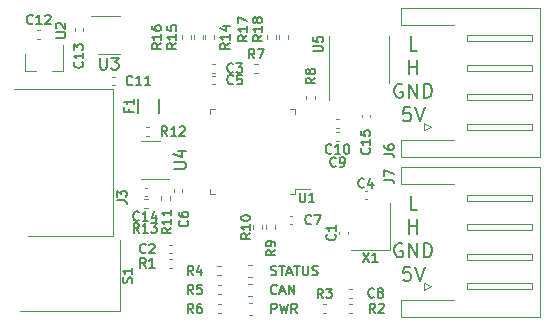
<source format=gto>
%TF.GenerationSoftware,KiCad,Pcbnew,5.1.9*%
%TF.CreationDate,2021-03-09T21:57:36+01:00*%
%TF.ProjectId,can-usb-dongle,63616e2d-7573-4622-9d64-6f6e676c652e,rev?*%
%TF.SameCoordinates,Original*%
%TF.FileFunction,Legend,Top*%
%TF.FilePolarity,Positive*%
%FSLAX46Y46*%
G04 Gerber Fmt 4.6, Leading zero omitted, Abs format (unit mm)*
G04 Created by KiCad (PCBNEW 5.1.9) date 2021-03-09 21:57:36*
%MOMM*%
%LPD*%
G01*
G04 APERTURE LIST*
%ADD10C,0.200000*%
%ADD11C,0.120000*%
%ADD12C,0.150000*%
G04 APERTURE END LIST*
D10*
X79371428Y-54042857D02*
X78800000Y-54042857D01*
X78800000Y-52842857D01*
X78657142Y-56042857D02*
X78657142Y-54842857D01*
X78657142Y-55414285D02*
X79342857Y-55414285D01*
X79342857Y-56042857D02*
X79342857Y-54842857D01*
X78085714Y-56900000D02*
X77971428Y-56842857D01*
X77800000Y-56842857D01*
X77628571Y-56900000D01*
X77514285Y-57014285D01*
X77457142Y-57128571D01*
X77400000Y-57357142D01*
X77400000Y-57528571D01*
X77457142Y-57757142D01*
X77514285Y-57871428D01*
X77628571Y-57985714D01*
X77800000Y-58042857D01*
X77914285Y-58042857D01*
X78085714Y-57985714D01*
X78142857Y-57928571D01*
X78142857Y-57528571D01*
X77914285Y-57528571D01*
X78657142Y-58042857D02*
X78657142Y-56842857D01*
X79342857Y-58042857D01*
X79342857Y-56842857D01*
X79914285Y-58042857D02*
X79914285Y-56842857D01*
X80200000Y-56842857D01*
X80371428Y-56900000D01*
X80485714Y-57014285D01*
X80542857Y-57128571D01*
X80600000Y-57357142D01*
X80600000Y-57528571D01*
X80542857Y-57757142D01*
X80485714Y-57871428D01*
X80371428Y-57985714D01*
X80200000Y-58042857D01*
X79914285Y-58042857D01*
X78771428Y-58842857D02*
X78200000Y-58842857D01*
X78142857Y-59414285D01*
X78200000Y-59357142D01*
X78314285Y-59300000D01*
X78600000Y-59300000D01*
X78714285Y-59357142D01*
X78771428Y-59414285D01*
X78828571Y-59528571D01*
X78828571Y-59814285D01*
X78771428Y-59928571D01*
X78714285Y-59985714D01*
X78600000Y-60042857D01*
X78314285Y-60042857D01*
X78200000Y-59985714D01*
X78142857Y-59928571D01*
X79171428Y-58842857D02*
X79571428Y-60042857D01*
X79971428Y-58842857D01*
X79371428Y-40542857D02*
X78800000Y-40542857D01*
X78800000Y-39342857D01*
X78657142Y-42542857D02*
X78657142Y-41342857D01*
X78657142Y-41914285D02*
X79342857Y-41914285D01*
X79342857Y-42542857D02*
X79342857Y-41342857D01*
X78085714Y-43400000D02*
X77971428Y-43342857D01*
X77800000Y-43342857D01*
X77628571Y-43400000D01*
X77514285Y-43514285D01*
X77457142Y-43628571D01*
X77400000Y-43857142D01*
X77400000Y-44028571D01*
X77457142Y-44257142D01*
X77514285Y-44371428D01*
X77628571Y-44485714D01*
X77800000Y-44542857D01*
X77914285Y-44542857D01*
X78085714Y-44485714D01*
X78142857Y-44428571D01*
X78142857Y-44028571D01*
X77914285Y-44028571D01*
X78657142Y-44542857D02*
X78657142Y-43342857D01*
X79342857Y-44542857D01*
X79342857Y-43342857D01*
X79914285Y-44542857D02*
X79914285Y-43342857D01*
X80200000Y-43342857D01*
X80371428Y-43400000D01*
X80485714Y-43514285D01*
X80542857Y-43628571D01*
X80600000Y-43857142D01*
X80600000Y-44028571D01*
X80542857Y-44257142D01*
X80485714Y-44371428D01*
X80371428Y-44485714D01*
X80200000Y-44542857D01*
X79914285Y-44542857D01*
X78771428Y-45342857D02*
X78200000Y-45342857D01*
X78142857Y-45914285D01*
X78200000Y-45857142D01*
X78314285Y-45800000D01*
X78600000Y-45800000D01*
X78714285Y-45857142D01*
X78771428Y-45914285D01*
X78828571Y-46028571D01*
X78828571Y-46314285D01*
X78771428Y-46428571D01*
X78714285Y-46485714D01*
X78600000Y-46542857D01*
X78314285Y-46542857D01*
X78200000Y-46485714D01*
X78142857Y-46428571D01*
X79171428Y-45342857D02*
X79571428Y-46542857D01*
X79971428Y-45342857D01*
D11*
%TO.C,J3*%
X53600000Y-56200000D02*
X46400000Y-56200000D01*
X53600000Y-43800000D02*
X53600000Y-56200000D01*
X45200000Y-43800000D02*
X53600000Y-43800000D01*
%TO.C,S1*%
X54200000Y-62600000D02*
X45700000Y-62600000D01*
X54200000Y-62600000D02*
X54200000Y-56600000D01*
%TO.C,C2*%
X58342164Y-57710000D02*
X58557836Y-57710000D01*
X58342164Y-56990000D02*
X58557836Y-56990000D01*
%TO.C,C10*%
X72492164Y-46340000D02*
X72707836Y-46340000D01*
X72492164Y-47060000D02*
X72707836Y-47060000D01*
%TO.C,R1*%
X58603641Y-58930000D02*
X58296359Y-58930000D01*
X58603641Y-58170000D02*
X58296359Y-58170000D01*
%TO.C,C9*%
X72492164Y-48160000D02*
X72707836Y-48160000D01*
X72492164Y-47440000D02*
X72707836Y-47440000D01*
D12*
%TO.C,F1*%
X57475000Y-44600000D02*
X57475000Y-45800000D01*
X55725000Y-45800000D02*
X55725000Y-44600000D01*
D11*
%TO.C,C1*%
X72740000Y-56087836D02*
X72740000Y-55872164D01*
X73460000Y-56087836D02*
X73460000Y-55872164D01*
%TO.C,C3*%
X62227836Y-41690000D02*
X62012164Y-41690000D01*
X62227836Y-42410000D02*
X62012164Y-42410000D01*
%TO.C,C4*%
X75107836Y-52390000D02*
X74892164Y-52390000D01*
X75107836Y-53110000D02*
X74892164Y-53110000D01*
%TO.C,C5*%
X62227836Y-43410000D02*
X62012164Y-43410000D01*
X62227836Y-42690000D02*
X62012164Y-42690000D01*
%TO.C,C6*%
X59460000Y-52487836D02*
X59460000Y-52272164D01*
X58740000Y-52487836D02*
X58740000Y-52272164D01*
%TO.C,C7*%
X68572164Y-54540000D02*
X68787836Y-54540000D01*
X68572164Y-55260000D02*
X68787836Y-55260000D01*
%TO.C,C8*%
X73807836Y-61460000D02*
X73592164Y-61460000D01*
X73807836Y-60740000D02*
X73592164Y-60740000D01*
%TO.C,C11*%
X53757836Y-43460000D02*
X53542164Y-43460000D01*
X53757836Y-42740000D02*
X53542164Y-42740000D01*
%TO.C,C12*%
X47172164Y-39560000D02*
X47387836Y-39560000D01*
X47172164Y-38840000D02*
X47387836Y-38840000D01*
%TO.C,C13*%
X50340000Y-38642164D02*
X50340000Y-38857836D01*
X51060000Y-38642164D02*
X51060000Y-38857836D01*
%TO.C,C14*%
X56272164Y-52140000D02*
X56487836Y-52140000D01*
X56272164Y-52860000D02*
X56487836Y-52860000D01*
%TO.C,D1*%
X65340580Y-58690000D02*
X65059420Y-58690000D01*
X65340580Y-59710000D02*
X65059420Y-59710000D01*
%TO.C,D2*%
X65340580Y-61310000D02*
X65059420Y-61310000D01*
X65340580Y-60290000D02*
X65059420Y-60290000D01*
%TO.C,D3*%
X65365580Y-61890000D02*
X65084420Y-61890000D01*
X65365580Y-62910000D02*
X65084420Y-62910000D01*
%TO.C,R2*%
X73853641Y-62780000D02*
X73546359Y-62780000D01*
X73853641Y-62020000D02*
X73546359Y-62020000D01*
%TO.C,R3*%
X71643641Y-62020000D02*
X71336359Y-62020000D01*
X71643641Y-62780000D02*
X71336359Y-62780000D01*
%TO.C,R4*%
X62436359Y-58820000D02*
X62743641Y-58820000D01*
X62436359Y-59580000D02*
X62743641Y-59580000D01*
%TO.C,R5*%
X62446359Y-60420000D02*
X62753641Y-60420000D01*
X62446359Y-61180000D02*
X62753641Y-61180000D01*
%TO.C,R6*%
X62446359Y-62780000D02*
X62753641Y-62780000D01*
X62446359Y-62020000D02*
X62753641Y-62020000D01*
%TO.C,R7*%
X65853641Y-41670000D02*
X65546359Y-41670000D01*
X65853641Y-42430000D02*
X65546359Y-42430000D01*
%TO.C,R8*%
X70730000Y-44653641D02*
X70730000Y-44346359D01*
X69970000Y-44653641D02*
X69970000Y-44346359D01*
%TO.C,R9*%
X67330000Y-55346359D02*
X67330000Y-55653641D01*
X66570000Y-55346359D02*
X66570000Y-55653641D01*
%TO.C,R10*%
X65470000Y-55346359D02*
X65470000Y-55653641D01*
X66230000Y-55346359D02*
X66230000Y-55653641D01*
%TO.C,R11*%
X58380000Y-52846359D02*
X58380000Y-53153641D01*
X57620000Y-52846359D02*
X57620000Y-53153641D01*
%TO.C,R12*%
X56346359Y-47780000D02*
X56653641Y-47780000D01*
X56346359Y-47020000D02*
X56653641Y-47020000D01*
%TO.C,R13*%
X56246359Y-53880000D02*
X56553641Y-53880000D01*
X56246359Y-53120000D02*
X56553641Y-53120000D01*
%TO.C,U1*%
X69010000Y-52260000D02*
X70300000Y-52260000D01*
X69010000Y-52710000D02*
X69010000Y-52260000D01*
X68560000Y-52710000D02*
X69010000Y-52710000D01*
X61790000Y-52710000D02*
X61790000Y-52260000D01*
X62240000Y-52710000D02*
X61790000Y-52710000D01*
X69010000Y-45490000D02*
X69010000Y-45940000D01*
X68560000Y-45490000D02*
X69010000Y-45490000D01*
X61790000Y-45490000D02*
X61790000Y-45940000D01*
X62240000Y-45490000D02*
X61790000Y-45490000D01*
%TO.C,U2*%
X46170000Y-42260000D02*
X46170000Y-40800000D01*
X49330000Y-42260000D02*
X49330000Y-40100000D01*
X49330000Y-42260000D02*
X48400000Y-42260000D01*
X46170000Y-42260000D02*
X47100000Y-42260000D01*
%TO.C,U5*%
X71840000Y-41300000D02*
X71840000Y-44750000D01*
X71840000Y-41300000D02*
X71840000Y-39350000D01*
X76960000Y-41300000D02*
X76960000Y-43250000D01*
X76960000Y-41300000D02*
X76960000Y-39350000D01*
%TO.C,X1*%
X77050000Y-57450000D02*
X77050000Y-53450000D01*
X73750000Y-57450000D02*
X77050000Y-57450000D01*
%TO.C,C15*%
X74640000Y-45992164D02*
X74640000Y-46207836D01*
X75360000Y-45992164D02*
X75360000Y-46207836D01*
%TO.C,J6*%
X89710000Y-43250000D02*
X89710000Y-49560000D01*
X89710000Y-49560000D02*
X77990000Y-49560000D01*
X77990000Y-49560000D02*
X77990000Y-48140000D01*
X77990000Y-48140000D02*
X82490000Y-48140000D01*
X89710000Y-43250000D02*
X89710000Y-36940000D01*
X89710000Y-36940000D02*
X77990000Y-36940000D01*
X77990000Y-36940000D02*
X77990000Y-38360000D01*
X77990000Y-38360000D02*
X82490000Y-38360000D01*
X83600000Y-47250000D02*
X89100000Y-47250000D01*
X89100000Y-47250000D02*
X89100000Y-46750000D01*
X89100000Y-46750000D02*
X83600000Y-46750000D01*
X83600000Y-46750000D02*
X83600000Y-47250000D01*
X83600000Y-44750000D02*
X89100000Y-44750000D01*
X89100000Y-44750000D02*
X89100000Y-44250000D01*
X89100000Y-44250000D02*
X83600000Y-44250000D01*
X83600000Y-44250000D02*
X83600000Y-44750000D01*
X83600000Y-42250000D02*
X89100000Y-42250000D01*
X89100000Y-42250000D02*
X89100000Y-41750000D01*
X89100000Y-41750000D02*
X83600000Y-41750000D01*
X83600000Y-41750000D02*
X83600000Y-42250000D01*
X83600000Y-39750000D02*
X89100000Y-39750000D01*
X89100000Y-39750000D02*
X89100000Y-39250000D01*
X89100000Y-39250000D02*
X83600000Y-39250000D01*
X83600000Y-39250000D02*
X83600000Y-39750000D01*
X80500000Y-47000000D02*
X79900000Y-47300000D01*
X79900000Y-47300000D02*
X79900000Y-46700000D01*
X79900000Y-46700000D02*
X80500000Y-47000000D01*
%TO.C,J7*%
X79900000Y-60200000D02*
X80500000Y-60500000D01*
X79900000Y-60800000D02*
X79900000Y-60200000D01*
X80500000Y-60500000D02*
X79900000Y-60800000D01*
X83600000Y-52750000D02*
X83600000Y-53250000D01*
X89100000Y-52750000D02*
X83600000Y-52750000D01*
X89100000Y-53250000D02*
X89100000Y-52750000D01*
X83600000Y-53250000D02*
X89100000Y-53250000D01*
X83600000Y-55250000D02*
X83600000Y-55750000D01*
X89100000Y-55250000D02*
X83600000Y-55250000D01*
X89100000Y-55750000D02*
X89100000Y-55250000D01*
X83600000Y-55750000D02*
X89100000Y-55750000D01*
X83600000Y-57750000D02*
X83600000Y-58250000D01*
X89100000Y-57750000D02*
X83600000Y-57750000D01*
X89100000Y-58250000D02*
X89100000Y-57750000D01*
X83600000Y-58250000D02*
X89100000Y-58250000D01*
X83600000Y-60250000D02*
X83600000Y-60750000D01*
X89100000Y-60250000D02*
X83600000Y-60250000D01*
X89100000Y-60750000D02*
X89100000Y-60250000D01*
X83600000Y-60750000D02*
X89100000Y-60750000D01*
X77990000Y-51860000D02*
X82490000Y-51860000D01*
X77990000Y-50440000D02*
X77990000Y-51860000D01*
X89710000Y-50440000D02*
X77990000Y-50440000D01*
X89710000Y-56750000D02*
X89710000Y-50440000D01*
X77990000Y-61640000D02*
X82490000Y-61640000D01*
X77990000Y-63060000D02*
X77990000Y-61640000D01*
X89710000Y-63060000D02*
X77990000Y-63060000D01*
X89710000Y-56750000D02*
X89710000Y-63060000D01*
%TO.C,U4*%
X57600000Y-48200000D02*
X56000000Y-48200000D01*
X56000000Y-51400000D02*
X58300000Y-51400000D01*
%TO.C,R14*%
X61420000Y-39553641D02*
X61420000Y-39246359D01*
X62180000Y-39553641D02*
X62180000Y-39246359D01*
%TO.C,R15*%
X61180000Y-39553641D02*
X61180000Y-39246359D01*
X60420000Y-39553641D02*
X60420000Y-39246359D01*
%TO.C,R16*%
X59420000Y-39553641D02*
X59420000Y-39246359D01*
X60180000Y-39553641D02*
X60180000Y-39246359D01*
%TO.C,U3*%
X54150000Y-37590000D02*
X51700000Y-37590000D01*
X52350000Y-40810000D02*
X54150000Y-40810000D01*
%TO.C,R17*%
X67380000Y-39553641D02*
X67380000Y-39246359D01*
X66620000Y-39553641D02*
X66620000Y-39246359D01*
%TO.C,R18*%
X67620000Y-39553641D02*
X67620000Y-39246359D01*
X68380000Y-39553641D02*
X68380000Y-39246359D01*
%TO.C,J3*%
D12*
X53961904Y-53216666D02*
X54533333Y-53216666D01*
X54647619Y-53254761D01*
X54723809Y-53330952D01*
X54761904Y-53445238D01*
X54761904Y-53521428D01*
X53961904Y-52911904D02*
X53961904Y-52416666D01*
X54266666Y-52683333D01*
X54266666Y-52569047D01*
X54304761Y-52492857D01*
X54342857Y-52454761D01*
X54419047Y-52416666D01*
X54609523Y-52416666D01*
X54685714Y-52454761D01*
X54723809Y-52492857D01*
X54761904Y-52569047D01*
X54761904Y-52797619D01*
X54723809Y-52873809D01*
X54685714Y-52911904D01*
%TO.C,S1*%
X55173809Y-60209523D02*
X55211904Y-60095238D01*
X55211904Y-59904761D01*
X55173809Y-59828571D01*
X55135714Y-59790476D01*
X55059523Y-59752380D01*
X54983333Y-59752380D01*
X54907142Y-59790476D01*
X54869047Y-59828571D01*
X54830952Y-59904761D01*
X54792857Y-60057142D01*
X54754761Y-60133333D01*
X54716666Y-60171428D01*
X54640476Y-60209523D01*
X54564285Y-60209523D01*
X54488095Y-60171428D01*
X54450000Y-60133333D01*
X54411904Y-60057142D01*
X54411904Y-59866666D01*
X54450000Y-59752380D01*
X55211904Y-58990476D02*
X55211904Y-59447619D01*
X55211904Y-59219047D02*
X54411904Y-59219047D01*
X54526190Y-59295238D01*
X54602380Y-59371428D01*
X54640476Y-59447619D01*
%TO.C,C2*%
X56366666Y-57635714D02*
X56328571Y-57673809D01*
X56214285Y-57711904D01*
X56138095Y-57711904D01*
X56023809Y-57673809D01*
X55947619Y-57597619D01*
X55909523Y-57521428D01*
X55871428Y-57369047D01*
X55871428Y-57254761D01*
X55909523Y-57102380D01*
X55947619Y-57026190D01*
X56023809Y-56950000D01*
X56138095Y-56911904D01*
X56214285Y-56911904D01*
X56328571Y-56950000D01*
X56366666Y-56988095D01*
X56671428Y-56988095D02*
X56709523Y-56950000D01*
X56785714Y-56911904D01*
X56976190Y-56911904D01*
X57052380Y-56950000D01*
X57090476Y-56988095D01*
X57128571Y-57064285D01*
X57128571Y-57140476D01*
X57090476Y-57254761D01*
X56633333Y-57711904D01*
X57128571Y-57711904D01*
%TO.C,C10*%
X72085714Y-49185714D02*
X72047619Y-49223809D01*
X71933333Y-49261904D01*
X71857142Y-49261904D01*
X71742857Y-49223809D01*
X71666666Y-49147619D01*
X71628571Y-49071428D01*
X71590476Y-48919047D01*
X71590476Y-48804761D01*
X71628571Y-48652380D01*
X71666666Y-48576190D01*
X71742857Y-48500000D01*
X71857142Y-48461904D01*
X71933333Y-48461904D01*
X72047619Y-48500000D01*
X72085714Y-48538095D01*
X72847619Y-49261904D02*
X72390476Y-49261904D01*
X72619047Y-49261904D02*
X72619047Y-48461904D01*
X72542857Y-48576190D01*
X72466666Y-48652380D01*
X72390476Y-48690476D01*
X73342857Y-48461904D02*
X73419047Y-48461904D01*
X73495238Y-48500000D01*
X73533333Y-48538095D01*
X73571428Y-48614285D01*
X73609523Y-48766666D01*
X73609523Y-48957142D01*
X73571428Y-49109523D01*
X73533333Y-49185714D01*
X73495238Y-49223809D01*
X73419047Y-49261904D01*
X73342857Y-49261904D01*
X73266666Y-49223809D01*
X73228571Y-49185714D01*
X73190476Y-49109523D01*
X73152380Y-48957142D01*
X73152380Y-48766666D01*
X73190476Y-48614285D01*
X73228571Y-48538095D01*
X73266666Y-48500000D01*
X73342857Y-48461904D01*
%TO.C,R1*%
X56366666Y-58911904D02*
X56100000Y-58530952D01*
X55909523Y-58911904D02*
X55909523Y-58111904D01*
X56214285Y-58111904D01*
X56290476Y-58150000D01*
X56328571Y-58188095D01*
X56366666Y-58264285D01*
X56366666Y-58378571D01*
X56328571Y-58454761D01*
X56290476Y-58492857D01*
X56214285Y-58530952D01*
X55909523Y-58530952D01*
X57128571Y-58911904D02*
X56671428Y-58911904D01*
X56900000Y-58911904D02*
X56900000Y-58111904D01*
X56823809Y-58226190D01*
X56747619Y-58302380D01*
X56671428Y-58340476D01*
%TO.C,C9*%
X72466666Y-50285714D02*
X72428571Y-50323809D01*
X72314285Y-50361904D01*
X72238095Y-50361904D01*
X72123809Y-50323809D01*
X72047619Y-50247619D01*
X72009523Y-50171428D01*
X71971428Y-50019047D01*
X71971428Y-49904761D01*
X72009523Y-49752380D01*
X72047619Y-49676190D01*
X72123809Y-49600000D01*
X72238095Y-49561904D01*
X72314285Y-49561904D01*
X72428571Y-49600000D01*
X72466666Y-49638095D01*
X72847619Y-50361904D02*
X73000000Y-50361904D01*
X73076190Y-50323809D01*
X73114285Y-50285714D01*
X73190476Y-50171428D01*
X73228571Y-50019047D01*
X73228571Y-49714285D01*
X73190476Y-49638095D01*
X73152380Y-49600000D01*
X73076190Y-49561904D01*
X72923809Y-49561904D01*
X72847619Y-49600000D01*
X72809523Y-49638095D01*
X72771428Y-49714285D01*
X72771428Y-49904761D01*
X72809523Y-49980952D01*
X72847619Y-50019047D01*
X72923809Y-50057142D01*
X73076190Y-50057142D01*
X73152380Y-50019047D01*
X73190476Y-49980952D01*
X73228571Y-49904761D01*
%TO.C,F1*%
X54942857Y-45466666D02*
X54942857Y-45733333D01*
X55361904Y-45733333D02*
X54561904Y-45733333D01*
X54561904Y-45352380D01*
X55361904Y-44628571D02*
X55361904Y-45085714D01*
X55361904Y-44857142D02*
X54561904Y-44857142D01*
X54676190Y-44933333D01*
X54752380Y-45009523D01*
X54790476Y-45085714D01*
%TO.C,C1*%
X72385714Y-56113333D02*
X72423809Y-56151428D01*
X72461904Y-56265714D01*
X72461904Y-56341904D01*
X72423809Y-56456190D01*
X72347619Y-56532380D01*
X72271428Y-56570476D01*
X72119047Y-56608571D01*
X72004761Y-56608571D01*
X71852380Y-56570476D01*
X71776190Y-56532380D01*
X71700000Y-56456190D01*
X71661904Y-56341904D01*
X71661904Y-56265714D01*
X71700000Y-56151428D01*
X71738095Y-56113333D01*
X72461904Y-55351428D02*
X72461904Y-55808571D01*
X72461904Y-55580000D02*
X71661904Y-55580000D01*
X71776190Y-55656190D01*
X71852380Y-55732380D01*
X71890476Y-55808571D01*
%TO.C,C3*%
X63766666Y-42335714D02*
X63728571Y-42373809D01*
X63614285Y-42411904D01*
X63538095Y-42411904D01*
X63423809Y-42373809D01*
X63347619Y-42297619D01*
X63309523Y-42221428D01*
X63271428Y-42069047D01*
X63271428Y-41954761D01*
X63309523Y-41802380D01*
X63347619Y-41726190D01*
X63423809Y-41650000D01*
X63538095Y-41611904D01*
X63614285Y-41611904D01*
X63728571Y-41650000D01*
X63766666Y-41688095D01*
X64033333Y-41611904D02*
X64528571Y-41611904D01*
X64261904Y-41916666D01*
X64376190Y-41916666D01*
X64452380Y-41954761D01*
X64490476Y-41992857D01*
X64528571Y-42069047D01*
X64528571Y-42259523D01*
X64490476Y-42335714D01*
X64452380Y-42373809D01*
X64376190Y-42411904D01*
X64147619Y-42411904D01*
X64071428Y-42373809D01*
X64033333Y-42335714D01*
%TO.C,C4*%
X74866666Y-52085714D02*
X74828571Y-52123809D01*
X74714285Y-52161904D01*
X74638095Y-52161904D01*
X74523809Y-52123809D01*
X74447619Y-52047619D01*
X74409523Y-51971428D01*
X74371428Y-51819047D01*
X74371428Y-51704761D01*
X74409523Y-51552380D01*
X74447619Y-51476190D01*
X74523809Y-51400000D01*
X74638095Y-51361904D01*
X74714285Y-51361904D01*
X74828571Y-51400000D01*
X74866666Y-51438095D01*
X75552380Y-51628571D02*
X75552380Y-52161904D01*
X75361904Y-51323809D02*
X75171428Y-51895238D01*
X75666666Y-51895238D01*
%TO.C,C5*%
X63766666Y-43335714D02*
X63728571Y-43373809D01*
X63614285Y-43411904D01*
X63538095Y-43411904D01*
X63423809Y-43373809D01*
X63347619Y-43297619D01*
X63309523Y-43221428D01*
X63271428Y-43069047D01*
X63271428Y-42954761D01*
X63309523Y-42802380D01*
X63347619Y-42726190D01*
X63423809Y-42650000D01*
X63538095Y-42611904D01*
X63614285Y-42611904D01*
X63728571Y-42650000D01*
X63766666Y-42688095D01*
X64490476Y-42611904D02*
X64109523Y-42611904D01*
X64071428Y-42992857D01*
X64109523Y-42954761D01*
X64185714Y-42916666D01*
X64376190Y-42916666D01*
X64452380Y-42954761D01*
X64490476Y-42992857D01*
X64528571Y-43069047D01*
X64528571Y-43259523D01*
X64490476Y-43335714D01*
X64452380Y-43373809D01*
X64376190Y-43411904D01*
X64185714Y-43411904D01*
X64109523Y-43373809D01*
X64071428Y-43335714D01*
%TO.C,C6*%
X59885714Y-54933333D02*
X59923809Y-54971428D01*
X59961904Y-55085714D01*
X59961904Y-55161904D01*
X59923809Y-55276190D01*
X59847619Y-55352380D01*
X59771428Y-55390476D01*
X59619047Y-55428571D01*
X59504761Y-55428571D01*
X59352380Y-55390476D01*
X59276190Y-55352380D01*
X59200000Y-55276190D01*
X59161904Y-55161904D01*
X59161904Y-55085714D01*
X59200000Y-54971428D01*
X59238095Y-54933333D01*
X59161904Y-54247619D02*
X59161904Y-54400000D01*
X59200000Y-54476190D01*
X59238095Y-54514285D01*
X59352380Y-54590476D01*
X59504761Y-54628571D01*
X59809523Y-54628571D01*
X59885714Y-54590476D01*
X59923809Y-54552380D01*
X59961904Y-54476190D01*
X59961904Y-54323809D01*
X59923809Y-54247619D01*
X59885714Y-54209523D01*
X59809523Y-54171428D01*
X59619047Y-54171428D01*
X59542857Y-54209523D01*
X59504761Y-54247619D01*
X59466666Y-54323809D01*
X59466666Y-54476190D01*
X59504761Y-54552380D01*
X59542857Y-54590476D01*
X59619047Y-54628571D01*
%TO.C,C7*%
X70366666Y-55185714D02*
X70328571Y-55223809D01*
X70214285Y-55261904D01*
X70138095Y-55261904D01*
X70023809Y-55223809D01*
X69947619Y-55147619D01*
X69909523Y-55071428D01*
X69871428Y-54919047D01*
X69871428Y-54804761D01*
X69909523Y-54652380D01*
X69947619Y-54576190D01*
X70023809Y-54500000D01*
X70138095Y-54461904D01*
X70214285Y-54461904D01*
X70328571Y-54500000D01*
X70366666Y-54538095D01*
X70633333Y-54461904D02*
X71166666Y-54461904D01*
X70823809Y-55261904D01*
%TO.C,C8*%
X75686666Y-61385714D02*
X75648571Y-61423809D01*
X75534285Y-61461904D01*
X75458095Y-61461904D01*
X75343809Y-61423809D01*
X75267619Y-61347619D01*
X75229523Y-61271428D01*
X75191428Y-61119047D01*
X75191428Y-61004761D01*
X75229523Y-60852380D01*
X75267619Y-60776190D01*
X75343809Y-60700000D01*
X75458095Y-60661904D01*
X75534285Y-60661904D01*
X75648571Y-60700000D01*
X75686666Y-60738095D01*
X76143809Y-61004761D02*
X76067619Y-60966666D01*
X76029523Y-60928571D01*
X75991428Y-60852380D01*
X75991428Y-60814285D01*
X76029523Y-60738095D01*
X76067619Y-60700000D01*
X76143809Y-60661904D01*
X76296190Y-60661904D01*
X76372380Y-60700000D01*
X76410476Y-60738095D01*
X76448571Y-60814285D01*
X76448571Y-60852380D01*
X76410476Y-60928571D01*
X76372380Y-60966666D01*
X76296190Y-61004761D01*
X76143809Y-61004761D01*
X76067619Y-61042857D01*
X76029523Y-61080952D01*
X75991428Y-61157142D01*
X75991428Y-61309523D01*
X76029523Y-61385714D01*
X76067619Y-61423809D01*
X76143809Y-61461904D01*
X76296190Y-61461904D01*
X76372380Y-61423809D01*
X76410476Y-61385714D01*
X76448571Y-61309523D01*
X76448571Y-61157142D01*
X76410476Y-61080952D01*
X76372380Y-61042857D01*
X76296190Y-61004761D01*
%TO.C,C11*%
X55235714Y-43385714D02*
X55197619Y-43423809D01*
X55083333Y-43461904D01*
X55007142Y-43461904D01*
X54892857Y-43423809D01*
X54816666Y-43347619D01*
X54778571Y-43271428D01*
X54740476Y-43119047D01*
X54740476Y-43004761D01*
X54778571Y-42852380D01*
X54816666Y-42776190D01*
X54892857Y-42700000D01*
X55007142Y-42661904D01*
X55083333Y-42661904D01*
X55197619Y-42700000D01*
X55235714Y-42738095D01*
X55997619Y-43461904D02*
X55540476Y-43461904D01*
X55769047Y-43461904D02*
X55769047Y-42661904D01*
X55692857Y-42776190D01*
X55616666Y-42852380D01*
X55540476Y-42890476D01*
X56759523Y-43461904D02*
X56302380Y-43461904D01*
X56530952Y-43461904D02*
X56530952Y-42661904D01*
X56454761Y-42776190D01*
X56378571Y-42852380D01*
X56302380Y-42890476D01*
%TO.C,C12*%
X46785714Y-38235714D02*
X46747619Y-38273809D01*
X46633333Y-38311904D01*
X46557142Y-38311904D01*
X46442857Y-38273809D01*
X46366666Y-38197619D01*
X46328571Y-38121428D01*
X46290476Y-37969047D01*
X46290476Y-37854761D01*
X46328571Y-37702380D01*
X46366666Y-37626190D01*
X46442857Y-37550000D01*
X46557142Y-37511904D01*
X46633333Y-37511904D01*
X46747619Y-37550000D01*
X46785714Y-37588095D01*
X47547619Y-38311904D02*
X47090476Y-38311904D01*
X47319047Y-38311904D02*
X47319047Y-37511904D01*
X47242857Y-37626190D01*
X47166666Y-37702380D01*
X47090476Y-37740476D01*
X47852380Y-37588095D02*
X47890476Y-37550000D01*
X47966666Y-37511904D01*
X48157142Y-37511904D01*
X48233333Y-37550000D01*
X48271428Y-37588095D01*
X48309523Y-37664285D01*
X48309523Y-37740476D01*
X48271428Y-37854761D01*
X47814285Y-38311904D01*
X48309523Y-38311904D01*
%TO.C,C13*%
X50985714Y-41514285D02*
X51023809Y-41552380D01*
X51061904Y-41666666D01*
X51061904Y-41742857D01*
X51023809Y-41857142D01*
X50947619Y-41933333D01*
X50871428Y-41971428D01*
X50719047Y-42009523D01*
X50604761Y-42009523D01*
X50452380Y-41971428D01*
X50376190Y-41933333D01*
X50300000Y-41857142D01*
X50261904Y-41742857D01*
X50261904Y-41666666D01*
X50300000Y-41552380D01*
X50338095Y-41514285D01*
X51061904Y-40752380D02*
X51061904Y-41209523D01*
X51061904Y-40980952D02*
X50261904Y-40980952D01*
X50376190Y-41057142D01*
X50452380Y-41133333D01*
X50490476Y-41209523D01*
X50261904Y-40485714D02*
X50261904Y-39990476D01*
X50566666Y-40257142D01*
X50566666Y-40142857D01*
X50604761Y-40066666D01*
X50642857Y-40028571D01*
X50719047Y-39990476D01*
X50909523Y-39990476D01*
X50985714Y-40028571D01*
X51023809Y-40066666D01*
X51061904Y-40142857D01*
X51061904Y-40371428D01*
X51023809Y-40447619D01*
X50985714Y-40485714D01*
%TO.C,C14*%
X55785714Y-54885714D02*
X55747619Y-54923809D01*
X55633333Y-54961904D01*
X55557142Y-54961904D01*
X55442857Y-54923809D01*
X55366666Y-54847619D01*
X55328571Y-54771428D01*
X55290476Y-54619047D01*
X55290476Y-54504761D01*
X55328571Y-54352380D01*
X55366666Y-54276190D01*
X55442857Y-54200000D01*
X55557142Y-54161904D01*
X55633333Y-54161904D01*
X55747619Y-54200000D01*
X55785714Y-54238095D01*
X56547619Y-54961904D02*
X56090476Y-54961904D01*
X56319047Y-54961904D02*
X56319047Y-54161904D01*
X56242857Y-54276190D01*
X56166666Y-54352380D01*
X56090476Y-54390476D01*
X57233333Y-54428571D02*
X57233333Y-54961904D01*
X57042857Y-54123809D02*
X56852380Y-54695238D01*
X57347619Y-54695238D01*
%TO.C,D1*%
X66969047Y-59523809D02*
X67083333Y-59561904D01*
X67273809Y-59561904D01*
X67350000Y-59523809D01*
X67388095Y-59485714D01*
X67426190Y-59409523D01*
X67426190Y-59333333D01*
X67388095Y-59257142D01*
X67350000Y-59219047D01*
X67273809Y-59180952D01*
X67121428Y-59142857D01*
X67045238Y-59104761D01*
X67007142Y-59066666D01*
X66969047Y-58990476D01*
X66969047Y-58914285D01*
X67007142Y-58838095D01*
X67045238Y-58800000D01*
X67121428Y-58761904D01*
X67311904Y-58761904D01*
X67426190Y-58800000D01*
X67654761Y-58761904D02*
X68111904Y-58761904D01*
X67883333Y-59561904D02*
X67883333Y-58761904D01*
X68340476Y-59333333D02*
X68721428Y-59333333D01*
X68264285Y-59561904D02*
X68530952Y-58761904D01*
X68797619Y-59561904D01*
X68950000Y-58761904D02*
X69407142Y-58761904D01*
X69178571Y-59561904D02*
X69178571Y-58761904D01*
X69673809Y-58761904D02*
X69673809Y-59409523D01*
X69711904Y-59485714D01*
X69750000Y-59523809D01*
X69826190Y-59561904D01*
X69978571Y-59561904D01*
X70054761Y-59523809D01*
X70092857Y-59485714D01*
X70130952Y-59409523D01*
X70130952Y-58761904D01*
X70473809Y-59523809D02*
X70588095Y-59561904D01*
X70778571Y-59561904D01*
X70854761Y-59523809D01*
X70892857Y-59485714D01*
X70930952Y-59409523D01*
X70930952Y-59333333D01*
X70892857Y-59257142D01*
X70854761Y-59219047D01*
X70778571Y-59180952D01*
X70626190Y-59142857D01*
X70550000Y-59104761D01*
X70511904Y-59066666D01*
X70473809Y-58990476D01*
X70473809Y-58914285D01*
X70511904Y-58838095D01*
X70550000Y-58800000D01*
X70626190Y-58761904D01*
X70816666Y-58761904D01*
X70930952Y-58800000D01*
%TO.C,D2*%
X67435714Y-61085714D02*
X67397619Y-61123809D01*
X67283333Y-61161904D01*
X67207142Y-61161904D01*
X67092857Y-61123809D01*
X67016666Y-61047619D01*
X66978571Y-60971428D01*
X66940476Y-60819047D01*
X66940476Y-60704761D01*
X66978571Y-60552380D01*
X67016666Y-60476190D01*
X67092857Y-60400000D01*
X67207142Y-60361904D01*
X67283333Y-60361904D01*
X67397619Y-60400000D01*
X67435714Y-60438095D01*
X67740476Y-60933333D02*
X68121428Y-60933333D01*
X67664285Y-61161904D02*
X67930952Y-60361904D01*
X68197619Y-61161904D01*
X68464285Y-61161904D02*
X68464285Y-60361904D01*
X68921428Y-61161904D01*
X68921428Y-60361904D01*
%TO.C,D3*%
X66983333Y-62761904D02*
X66983333Y-61961904D01*
X67288095Y-61961904D01*
X67364285Y-62000000D01*
X67402380Y-62038095D01*
X67440476Y-62114285D01*
X67440476Y-62228571D01*
X67402380Y-62304761D01*
X67364285Y-62342857D01*
X67288095Y-62380952D01*
X66983333Y-62380952D01*
X67707142Y-61961904D02*
X67897619Y-62761904D01*
X68050000Y-62190476D01*
X68202380Y-62761904D01*
X68392857Y-61961904D01*
X69154761Y-62761904D02*
X68888095Y-62380952D01*
X68697619Y-62761904D02*
X68697619Y-61961904D01*
X69002380Y-61961904D01*
X69078571Y-62000000D01*
X69116666Y-62038095D01*
X69154761Y-62114285D01*
X69154761Y-62228571D01*
X69116666Y-62304761D01*
X69078571Y-62342857D01*
X69002380Y-62380952D01*
X68697619Y-62380952D01*
%TO.C,R2*%
X75766666Y-62761904D02*
X75500000Y-62380952D01*
X75309523Y-62761904D02*
X75309523Y-61961904D01*
X75614285Y-61961904D01*
X75690476Y-62000000D01*
X75728571Y-62038095D01*
X75766666Y-62114285D01*
X75766666Y-62228571D01*
X75728571Y-62304761D01*
X75690476Y-62342857D01*
X75614285Y-62380952D01*
X75309523Y-62380952D01*
X76071428Y-62038095D02*
X76109523Y-62000000D01*
X76185714Y-61961904D01*
X76376190Y-61961904D01*
X76452380Y-62000000D01*
X76490476Y-62038095D01*
X76528571Y-62114285D01*
X76528571Y-62190476D01*
X76490476Y-62304761D01*
X76033333Y-62761904D01*
X76528571Y-62761904D01*
%TO.C,R3*%
X71366666Y-61511904D02*
X71100000Y-61130952D01*
X70909523Y-61511904D02*
X70909523Y-60711904D01*
X71214285Y-60711904D01*
X71290476Y-60750000D01*
X71328571Y-60788095D01*
X71366666Y-60864285D01*
X71366666Y-60978571D01*
X71328571Y-61054761D01*
X71290476Y-61092857D01*
X71214285Y-61130952D01*
X70909523Y-61130952D01*
X71633333Y-60711904D02*
X72128571Y-60711904D01*
X71861904Y-61016666D01*
X71976190Y-61016666D01*
X72052380Y-61054761D01*
X72090476Y-61092857D01*
X72128571Y-61169047D01*
X72128571Y-61359523D01*
X72090476Y-61435714D01*
X72052380Y-61473809D01*
X71976190Y-61511904D01*
X71747619Y-61511904D01*
X71671428Y-61473809D01*
X71633333Y-61435714D01*
%TO.C,R4*%
X60366666Y-59561904D02*
X60100000Y-59180952D01*
X59909523Y-59561904D02*
X59909523Y-58761904D01*
X60214285Y-58761904D01*
X60290476Y-58800000D01*
X60328571Y-58838095D01*
X60366666Y-58914285D01*
X60366666Y-59028571D01*
X60328571Y-59104761D01*
X60290476Y-59142857D01*
X60214285Y-59180952D01*
X59909523Y-59180952D01*
X61052380Y-59028571D02*
X61052380Y-59561904D01*
X60861904Y-58723809D02*
X60671428Y-59295238D01*
X61166666Y-59295238D01*
%TO.C,R5*%
X60366666Y-61161904D02*
X60100000Y-60780952D01*
X59909523Y-61161904D02*
X59909523Y-60361904D01*
X60214285Y-60361904D01*
X60290476Y-60400000D01*
X60328571Y-60438095D01*
X60366666Y-60514285D01*
X60366666Y-60628571D01*
X60328571Y-60704761D01*
X60290476Y-60742857D01*
X60214285Y-60780952D01*
X59909523Y-60780952D01*
X61090476Y-60361904D02*
X60709523Y-60361904D01*
X60671428Y-60742857D01*
X60709523Y-60704761D01*
X60785714Y-60666666D01*
X60976190Y-60666666D01*
X61052380Y-60704761D01*
X61090476Y-60742857D01*
X61128571Y-60819047D01*
X61128571Y-61009523D01*
X61090476Y-61085714D01*
X61052380Y-61123809D01*
X60976190Y-61161904D01*
X60785714Y-61161904D01*
X60709523Y-61123809D01*
X60671428Y-61085714D01*
%TO.C,R6*%
X60366666Y-62761904D02*
X60100000Y-62380952D01*
X59909523Y-62761904D02*
X59909523Y-61961904D01*
X60214285Y-61961904D01*
X60290476Y-62000000D01*
X60328571Y-62038095D01*
X60366666Y-62114285D01*
X60366666Y-62228571D01*
X60328571Y-62304761D01*
X60290476Y-62342857D01*
X60214285Y-62380952D01*
X59909523Y-62380952D01*
X61052380Y-61961904D02*
X60900000Y-61961904D01*
X60823809Y-62000000D01*
X60785714Y-62038095D01*
X60709523Y-62152380D01*
X60671428Y-62304761D01*
X60671428Y-62609523D01*
X60709523Y-62685714D01*
X60747619Y-62723809D01*
X60823809Y-62761904D01*
X60976190Y-62761904D01*
X61052380Y-62723809D01*
X61090476Y-62685714D01*
X61128571Y-62609523D01*
X61128571Y-62419047D01*
X61090476Y-62342857D01*
X61052380Y-62304761D01*
X60976190Y-62266666D01*
X60823809Y-62266666D01*
X60747619Y-62304761D01*
X60709523Y-62342857D01*
X60671428Y-62419047D01*
%TO.C,R7*%
X65566666Y-41211904D02*
X65300000Y-40830952D01*
X65109523Y-41211904D02*
X65109523Y-40411904D01*
X65414285Y-40411904D01*
X65490476Y-40450000D01*
X65528571Y-40488095D01*
X65566666Y-40564285D01*
X65566666Y-40678571D01*
X65528571Y-40754761D01*
X65490476Y-40792857D01*
X65414285Y-40830952D01*
X65109523Y-40830952D01*
X65833333Y-40411904D02*
X66366666Y-40411904D01*
X66023809Y-41211904D01*
%TO.C,R8*%
X70711904Y-42833333D02*
X70330952Y-43100000D01*
X70711904Y-43290476D02*
X69911904Y-43290476D01*
X69911904Y-42985714D01*
X69950000Y-42909523D01*
X69988095Y-42871428D01*
X70064285Y-42833333D01*
X70178571Y-42833333D01*
X70254761Y-42871428D01*
X70292857Y-42909523D01*
X70330952Y-42985714D01*
X70330952Y-43290476D01*
X70254761Y-42376190D02*
X70216666Y-42452380D01*
X70178571Y-42490476D01*
X70102380Y-42528571D01*
X70064285Y-42528571D01*
X69988095Y-42490476D01*
X69950000Y-42452380D01*
X69911904Y-42376190D01*
X69911904Y-42223809D01*
X69950000Y-42147619D01*
X69988095Y-42109523D01*
X70064285Y-42071428D01*
X70102380Y-42071428D01*
X70178571Y-42109523D01*
X70216666Y-42147619D01*
X70254761Y-42223809D01*
X70254761Y-42376190D01*
X70292857Y-42452380D01*
X70330952Y-42490476D01*
X70407142Y-42528571D01*
X70559523Y-42528571D01*
X70635714Y-42490476D01*
X70673809Y-42452380D01*
X70711904Y-42376190D01*
X70711904Y-42223809D01*
X70673809Y-42147619D01*
X70635714Y-42109523D01*
X70559523Y-42071428D01*
X70407142Y-42071428D01*
X70330952Y-42109523D01*
X70292857Y-42147619D01*
X70254761Y-42223809D01*
%TO.C,R9*%
X67311904Y-57433333D02*
X66930952Y-57700000D01*
X67311904Y-57890476D02*
X66511904Y-57890476D01*
X66511904Y-57585714D01*
X66550000Y-57509523D01*
X66588095Y-57471428D01*
X66664285Y-57433333D01*
X66778571Y-57433333D01*
X66854761Y-57471428D01*
X66892857Y-57509523D01*
X66930952Y-57585714D01*
X66930952Y-57890476D01*
X67311904Y-57052380D02*
X67311904Y-56900000D01*
X67273809Y-56823809D01*
X67235714Y-56785714D01*
X67121428Y-56709523D01*
X66969047Y-56671428D01*
X66664285Y-56671428D01*
X66588095Y-56709523D01*
X66550000Y-56747619D01*
X66511904Y-56823809D01*
X66511904Y-56976190D01*
X66550000Y-57052380D01*
X66588095Y-57090476D01*
X66664285Y-57128571D01*
X66854761Y-57128571D01*
X66930952Y-57090476D01*
X66969047Y-57052380D01*
X67007142Y-56976190D01*
X67007142Y-56823809D01*
X66969047Y-56747619D01*
X66930952Y-56709523D01*
X66854761Y-56671428D01*
%TO.C,R10*%
X65211904Y-56014285D02*
X64830952Y-56280952D01*
X65211904Y-56471428D02*
X64411904Y-56471428D01*
X64411904Y-56166666D01*
X64450000Y-56090476D01*
X64488095Y-56052380D01*
X64564285Y-56014285D01*
X64678571Y-56014285D01*
X64754761Y-56052380D01*
X64792857Y-56090476D01*
X64830952Y-56166666D01*
X64830952Y-56471428D01*
X65211904Y-55252380D02*
X65211904Y-55709523D01*
X65211904Y-55480952D02*
X64411904Y-55480952D01*
X64526190Y-55557142D01*
X64602380Y-55633333D01*
X64640476Y-55709523D01*
X64411904Y-54757142D02*
X64411904Y-54680952D01*
X64450000Y-54604761D01*
X64488095Y-54566666D01*
X64564285Y-54528571D01*
X64716666Y-54490476D01*
X64907142Y-54490476D01*
X65059523Y-54528571D01*
X65135714Y-54566666D01*
X65173809Y-54604761D01*
X65211904Y-54680952D01*
X65211904Y-54757142D01*
X65173809Y-54833333D01*
X65135714Y-54871428D01*
X65059523Y-54909523D01*
X64907142Y-54947619D01*
X64716666Y-54947619D01*
X64564285Y-54909523D01*
X64488095Y-54871428D01*
X64450000Y-54833333D01*
X64411904Y-54757142D01*
%TO.C,R11*%
X58511904Y-55564285D02*
X58130952Y-55830952D01*
X58511904Y-56021428D02*
X57711904Y-56021428D01*
X57711904Y-55716666D01*
X57750000Y-55640476D01*
X57788095Y-55602380D01*
X57864285Y-55564285D01*
X57978571Y-55564285D01*
X58054761Y-55602380D01*
X58092857Y-55640476D01*
X58130952Y-55716666D01*
X58130952Y-56021428D01*
X58511904Y-54802380D02*
X58511904Y-55259523D01*
X58511904Y-55030952D02*
X57711904Y-55030952D01*
X57826190Y-55107142D01*
X57902380Y-55183333D01*
X57940476Y-55259523D01*
X58511904Y-54040476D02*
X58511904Y-54497619D01*
X58511904Y-54269047D02*
X57711904Y-54269047D01*
X57826190Y-54345238D01*
X57902380Y-54421428D01*
X57940476Y-54497619D01*
%TO.C,R12*%
X58185714Y-47761904D02*
X57919047Y-47380952D01*
X57728571Y-47761904D02*
X57728571Y-46961904D01*
X58033333Y-46961904D01*
X58109523Y-47000000D01*
X58147619Y-47038095D01*
X58185714Y-47114285D01*
X58185714Y-47228571D01*
X58147619Y-47304761D01*
X58109523Y-47342857D01*
X58033333Y-47380952D01*
X57728571Y-47380952D01*
X58947619Y-47761904D02*
X58490476Y-47761904D01*
X58719047Y-47761904D02*
X58719047Y-46961904D01*
X58642857Y-47076190D01*
X58566666Y-47152380D01*
X58490476Y-47190476D01*
X59252380Y-47038095D02*
X59290476Y-47000000D01*
X59366666Y-46961904D01*
X59557142Y-46961904D01*
X59633333Y-47000000D01*
X59671428Y-47038095D01*
X59709523Y-47114285D01*
X59709523Y-47190476D01*
X59671428Y-47304761D01*
X59214285Y-47761904D01*
X59709523Y-47761904D01*
%TO.C,R13*%
X55785714Y-55961904D02*
X55519047Y-55580952D01*
X55328571Y-55961904D02*
X55328571Y-55161904D01*
X55633333Y-55161904D01*
X55709523Y-55200000D01*
X55747619Y-55238095D01*
X55785714Y-55314285D01*
X55785714Y-55428571D01*
X55747619Y-55504761D01*
X55709523Y-55542857D01*
X55633333Y-55580952D01*
X55328571Y-55580952D01*
X56547619Y-55961904D02*
X56090476Y-55961904D01*
X56319047Y-55961904D02*
X56319047Y-55161904D01*
X56242857Y-55276190D01*
X56166666Y-55352380D01*
X56090476Y-55390476D01*
X56814285Y-55161904D02*
X57309523Y-55161904D01*
X57042857Y-55466666D01*
X57157142Y-55466666D01*
X57233333Y-55504761D01*
X57271428Y-55542857D01*
X57309523Y-55619047D01*
X57309523Y-55809523D01*
X57271428Y-55885714D01*
X57233333Y-55923809D01*
X57157142Y-55961904D01*
X56928571Y-55961904D01*
X56852380Y-55923809D01*
X56814285Y-55885714D01*
%TO.C,U1*%
X69390476Y-52561904D02*
X69390476Y-53209523D01*
X69428571Y-53285714D01*
X69466666Y-53323809D01*
X69542857Y-53361904D01*
X69695238Y-53361904D01*
X69771428Y-53323809D01*
X69809523Y-53285714D01*
X69847619Y-53209523D01*
X69847619Y-52561904D01*
X70647619Y-53361904D02*
X70190476Y-53361904D01*
X70419047Y-53361904D02*
X70419047Y-52561904D01*
X70342857Y-52676190D01*
X70266666Y-52752380D01*
X70190476Y-52790476D01*
%TO.C,U2*%
X48761904Y-39459523D02*
X49409523Y-39459523D01*
X49485714Y-39421428D01*
X49523809Y-39383333D01*
X49561904Y-39307142D01*
X49561904Y-39154761D01*
X49523809Y-39078571D01*
X49485714Y-39040476D01*
X49409523Y-39002380D01*
X48761904Y-39002380D01*
X48838095Y-38659523D02*
X48800000Y-38621428D01*
X48761904Y-38545238D01*
X48761904Y-38354761D01*
X48800000Y-38278571D01*
X48838095Y-38240476D01*
X48914285Y-38202380D01*
X48990476Y-38202380D01*
X49104761Y-38240476D01*
X49561904Y-38697619D01*
X49561904Y-38202380D01*
%TO.C,U5*%
X70561904Y-40609523D02*
X71209523Y-40609523D01*
X71285714Y-40571428D01*
X71323809Y-40533333D01*
X71361904Y-40457142D01*
X71361904Y-40304761D01*
X71323809Y-40228571D01*
X71285714Y-40190476D01*
X71209523Y-40152380D01*
X70561904Y-40152380D01*
X70561904Y-39390476D02*
X70561904Y-39771428D01*
X70942857Y-39809523D01*
X70904761Y-39771428D01*
X70866666Y-39695238D01*
X70866666Y-39504761D01*
X70904761Y-39428571D01*
X70942857Y-39390476D01*
X71019047Y-39352380D01*
X71209523Y-39352380D01*
X71285714Y-39390476D01*
X71323809Y-39428571D01*
X71361904Y-39504761D01*
X71361904Y-39695238D01*
X71323809Y-39771428D01*
X71285714Y-39809523D01*
%TO.C,X1*%
X74752380Y-57661904D02*
X75285714Y-58461904D01*
X75285714Y-57661904D02*
X74752380Y-58461904D01*
X76009523Y-58461904D02*
X75552380Y-58461904D01*
X75780952Y-58461904D02*
X75780952Y-57661904D01*
X75704761Y-57776190D01*
X75628571Y-57852380D01*
X75552380Y-57890476D01*
%TO.C,C15*%
X75285714Y-48814285D02*
X75323809Y-48852380D01*
X75361904Y-48966666D01*
X75361904Y-49042857D01*
X75323809Y-49157142D01*
X75247619Y-49233333D01*
X75171428Y-49271428D01*
X75019047Y-49309523D01*
X74904761Y-49309523D01*
X74752380Y-49271428D01*
X74676190Y-49233333D01*
X74600000Y-49157142D01*
X74561904Y-49042857D01*
X74561904Y-48966666D01*
X74600000Y-48852380D01*
X74638095Y-48814285D01*
X75361904Y-48052380D02*
X75361904Y-48509523D01*
X75361904Y-48280952D02*
X74561904Y-48280952D01*
X74676190Y-48357142D01*
X74752380Y-48433333D01*
X74790476Y-48509523D01*
X74561904Y-47328571D02*
X74561904Y-47709523D01*
X74942857Y-47747619D01*
X74904761Y-47709523D01*
X74866666Y-47633333D01*
X74866666Y-47442857D01*
X74904761Y-47366666D01*
X74942857Y-47328571D01*
X75019047Y-47290476D01*
X75209523Y-47290476D01*
X75285714Y-47328571D01*
X75323809Y-47366666D01*
X75361904Y-47442857D01*
X75361904Y-47633333D01*
X75323809Y-47709523D01*
X75285714Y-47747619D01*
%TO.C,J6*%
X76561904Y-49266666D02*
X77133333Y-49266666D01*
X77247619Y-49304761D01*
X77323809Y-49380952D01*
X77361904Y-49495238D01*
X77361904Y-49571428D01*
X76561904Y-48542857D02*
X76561904Y-48695238D01*
X76600000Y-48771428D01*
X76638095Y-48809523D01*
X76752380Y-48885714D01*
X76904761Y-48923809D01*
X77209523Y-48923809D01*
X77285714Y-48885714D01*
X77323809Y-48847619D01*
X77361904Y-48771428D01*
X77361904Y-48619047D01*
X77323809Y-48542857D01*
X77285714Y-48504761D01*
X77209523Y-48466666D01*
X77019047Y-48466666D01*
X76942857Y-48504761D01*
X76904761Y-48542857D01*
X76866666Y-48619047D01*
X76866666Y-48771428D01*
X76904761Y-48847619D01*
X76942857Y-48885714D01*
X77019047Y-48923809D01*
%TO.C,J7*%
X76561904Y-51466666D02*
X77133333Y-51466666D01*
X77247619Y-51504761D01*
X77323809Y-51580952D01*
X77361904Y-51695238D01*
X77361904Y-51771428D01*
X76561904Y-51161904D02*
X76561904Y-50628571D01*
X77361904Y-50971428D01*
%TO.C,U4*%
X58752380Y-50561904D02*
X59561904Y-50561904D01*
X59657142Y-50514285D01*
X59704761Y-50466666D01*
X59752380Y-50371428D01*
X59752380Y-50180952D01*
X59704761Y-50085714D01*
X59657142Y-50038095D01*
X59561904Y-49990476D01*
X58752380Y-49990476D01*
X59085714Y-49085714D02*
X59752380Y-49085714D01*
X58704761Y-49323809D02*
X59419047Y-49561904D01*
X59419047Y-48942857D01*
%TO.C,R14*%
X63461904Y-39914285D02*
X63080952Y-40180952D01*
X63461904Y-40371428D02*
X62661904Y-40371428D01*
X62661904Y-40066666D01*
X62700000Y-39990476D01*
X62738095Y-39952380D01*
X62814285Y-39914285D01*
X62928571Y-39914285D01*
X63004761Y-39952380D01*
X63042857Y-39990476D01*
X63080952Y-40066666D01*
X63080952Y-40371428D01*
X63461904Y-39152380D02*
X63461904Y-39609523D01*
X63461904Y-39380952D02*
X62661904Y-39380952D01*
X62776190Y-39457142D01*
X62852380Y-39533333D01*
X62890476Y-39609523D01*
X62928571Y-38466666D02*
X63461904Y-38466666D01*
X62623809Y-38657142D02*
X63195238Y-38847619D01*
X63195238Y-38352380D01*
%TO.C,R15*%
X58961904Y-39914285D02*
X58580952Y-40180952D01*
X58961904Y-40371428D02*
X58161904Y-40371428D01*
X58161904Y-40066666D01*
X58200000Y-39990476D01*
X58238095Y-39952380D01*
X58314285Y-39914285D01*
X58428571Y-39914285D01*
X58504761Y-39952380D01*
X58542857Y-39990476D01*
X58580952Y-40066666D01*
X58580952Y-40371428D01*
X58961904Y-39152380D02*
X58961904Y-39609523D01*
X58961904Y-39380952D02*
X58161904Y-39380952D01*
X58276190Y-39457142D01*
X58352380Y-39533333D01*
X58390476Y-39609523D01*
X58161904Y-38428571D02*
X58161904Y-38809523D01*
X58542857Y-38847619D01*
X58504761Y-38809523D01*
X58466666Y-38733333D01*
X58466666Y-38542857D01*
X58504761Y-38466666D01*
X58542857Y-38428571D01*
X58619047Y-38390476D01*
X58809523Y-38390476D01*
X58885714Y-38428571D01*
X58923809Y-38466666D01*
X58961904Y-38542857D01*
X58961904Y-38733333D01*
X58923809Y-38809523D01*
X58885714Y-38847619D01*
%TO.C,R16*%
X57661904Y-39914285D02*
X57280952Y-40180952D01*
X57661904Y-40371428D02*
X56861904Y-40371428D01*
X56861904Y-40066666D01*
X56900000Y-39990476D01*
X56938095Y-39952380D01*
X57014285Y-39914285D01*
X57128571Y-39914285D01*
X57204761Y-39952380D01*
X57242857Y-39990476D01*
X57280952Y-40066666D01*
X57280952Y-40371428D01*
X57661904Y-39152380D02*
X57661904Y-39609523D01*
X57661904Y-39380952D02*
X56861904Y-39380952D01*
X56976190Y-39457142D01*
X57052380Y-39533333D01*
X57090476Y-39609523D01*
X56861904Y-38466666D02*
X56861904Y-38619047D01*
X56900000Y-38695238D01*
X56938095Y-38733333D01*
X57052380Y-38809523D01*
X57204761Y-38847619D01*
X57509523Y-38847619D01*
X57585714Y-38809523D01*
X57623809Y-38771428D01*
X57661904Y-38695238D01*
X57661904Y-38542857D01*
X57623809Y-38466666D01*
X57585714Y-38428571D01*
X57509523Y-38390476D01*
X57319047Y-38390476D01*
X57242857Y-38428571D01*
X57204761Y-38466666D01*
X57166666Y-38542857D01*
X57166666Y-38695238D01*
X57204761Y-38771428D01*
X57242857Y-38809523D01*
X57319047Y-38847619D01*
%TO.C,U3*%
X52488095Y-41152380D02*
X52488095Y-41961904D01*
X52535714Y-42057142D01*
X52583333Y-42104761D01*
X52678571Y-42152380D01*
X52869047Y-42152380D01*
X52964285Y-42104761D01*
X53011904Y-42057142D01*
X53059523Y-41961904D01*
X53059523Y-41152380D01*
X53440476Y-41152380D02*
X54059523Y-41152380D01*
X53726190Y-41533333D01*
X53869047Y-41533333D01*
X53964285Y-41580952D01*
X54011904Y-41628571D01*
X54059523Y-41723809D01*
X54059523Y-41961904D01*
X54011904Y-42057142D01*
X53964285Y-42104761D01*
X53869047Y-42152380D01*
X53583333Y-42152380D01*
X53488095Y-42104761D01*
X53440476Y-42057142D01*
%TO.C,R17*%
X64961904Y-39264285D02*
X64580952Y-39530952D01*
X64961904Y-39721428D02*
X64161904Y-39721428D01*
X64161904Y-39416666D01*
X64200000Y-39340476D01*
X64238095Y-39302380D01*
X64314285Y-39264285D01*
X64428571Y-39264285D01*
X64504761Y-39302380D01*
X64542857Y-39340476D01*
X64580952Y-39416666D01*
X64580952Y-39721428D01*
X64961904Y-38502380D02*
X64961904Y-38959523D01*
X64961904Y-38730952D02*
X64161904Y-38730952D01*
X64276190Y-38807142D01*
X64352380Y-38883333D01*
X64390476Y-38959523D01*
X64161904Y-38235714D02*
X64161904Y-37702380D01*
X64961904Y-38045238D01*
%TO.C,R18*%
X66211904Y-39264285D02*
X65830952Y-39530952D01*
X66211904Y-39721428D02*
X65411904Y-39721428D01*
X65411904Y-39416666D01*
X65450000Y-39340476D01*
X65488095Y-39302380D01*
X65564285Y-39264285D01*
X65678571Y-39264285D01*
X65754761Y-39302380D01*
X65792857Y-39340476D01*
X65830952Y-39416666D01*
X65830952Y-39721428D01*
X66211904Y-38502380D02*
X66211904Y-38959523D01*
X66211904Y-38730952D02*
X65411904Y-38730952D01*
X65526190Y-38807142D01*
X65602380Y-38883333D01*
X65640476Y-38959523D01*
X65754761Y-38045238D02*
X65716666Y-38121428D01*
X65678571Y-38159523D01*
X65602380Y-38197619D01*
X65564285Y-38197619D01*
X65488095Y-38159523D01*
X65450000Y-38121428D01*
X65411904Y-38045238D01*
X65411904Y-37892857D01*
X65450000Y-37816666D01*
X65488095Y-37778571D01*
X65564285Y-37740476D01*
X65602380Y-37740476D01*
X65678571Y-37778571D01*
X65716666Y-37816666D01*
X65754761Y-37892857D01*
X65754761Y-38045238D01*
X65792857Y-38121428D01*
X65830952Y-38159523D01*
X65907142Y-38197619D01*
X66059523Y-38197619D01*
X66135714Y-38159523D01*
X66173809Y-38121428D01*
X66211904Y-38045238D01*
X66211904Y-37892857D01*
X66173809Y-37816666D01*
X66135714Y-37778571D01*
X66059523Y-37740476D01*
X65907142Y-37740476D01*
X65830952Y-37778571D01*
X65792857Y-37816666D01*
X65754761Y-37892857D01*
%TD*%
M02*

</source>
